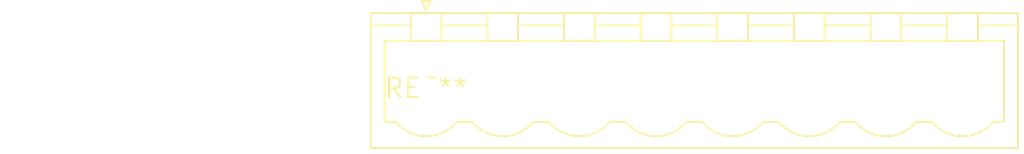
<source format=kicad_pcb>
(kicad_pcb (version 20240108) (generator pcbnew)
  (layers (0 "F.Cu" signal) (31 "B.Cu" signal) (34 "B.Paste" user) (35 "F.Paste" user) (36 "B.SilkS" user "B.Silkscreen") (37 "F.SilkS" user "F.Silkscreen") (38 "B.Mask" user) (39 "F.Mask" user) (44 "Edge.Cuts" user))
  (net 0 "")
  (footprint "PhoenixContact_MSTBVA_2,5_8-G_1x08_P5.00mm_Vertical" (layer "F.Cu") (at 0 0)
    (property "Reference" "REF**")
    (property "Value" "PhoenixContact_MSTBVA_2,5_8-G_1x08_P5.00mm_Vertical")
    (fp_line (start -3.61 -4.91) (end -3.61 3.91) (layer "F.SilkS") (stroke (width 0.12)))
    (fp_line (start -3.61 -4.1) (end -1.11 -4.1) (layer "F.SilkS") (stroke (width 0.12)))
    (fp_line (start -3.61 3.91) (end 38.61 3.91) (layer "F.SilkS") (stroke (width 0.12)))
    (fp_line (start -2.7 -3.1) (end 37.7 -3.1) (layer "F.SilkS") (stroke (width 0.12)))
    (fp_line (start -2.7 2.2) (end -2.7 -3.1) (layer "F.SilkS") (stroke (width 0.12)))
    (fp_line (start -2 2.2) (end -2.7 2.2) (layer "F.SilkS") (stroke (width 0.12)))
    (fp_line (start -1 -4.91) (end 1 -4.91) (layer "F.SilkS") (stroke (width 0.12)))
    (fp_line (start -1 -3.1) (end -1 -4.91) (layer "F.SilkS") (stroke (width 0.12)))
    (fp_line (start -0.3 -5.71) (end 0.3 -5.71) (layer "F.SilkS") (stroke (width 0.12)))
    (fp_line (start 0 -5.11) (end -0.3 -5.71) (layer "F.SilkS") (stroke (width 0.12)))
    (fp_line (start 0.3 -5.71) (end 0 -5.11) (layer "F.SilkS") (stroke (width 0.12)))
    (fp_line (start 1 -4.91) (end 1 -3.1) (layer "F.SilkS") (stroke (width 0.12)))
    (fp_line (start 1 -4.1) (end 4 -4.1) (layer "F.SilkS") (stroke (width 0.12)))
    (fp_line (start 1 -3.1) (end -1 -3.1) (layer "F.SilkS") (stroke (width 0.12)))
    (fp_line (start 2 2.2) (end 3 2.2) (layer "F.SilkS") (stroke (width 0.12)))
    (fp_line (start 4 -4.91) (end 6 -4.91) (layer "F.SilkS") (stroke (width 0.12)))
    (fp_line (start 4 -3.1) (end 4 -4.91) (layer "F.SilkS") (stroke (width 0.12)))
    (fp_line (start 6 -4.91) (end 6 -3.1) (layer "F.SilkS") (stroke (width 0.12)))
    (fp_line (start 6 -4.1) (end 9 -4.1) (layer "F.SilkS") (stroke (width 0.12)))
    (fp_line (start 6 -3.1) (end 4 -3.1) (layer "F.SilkS") (stroke (width 0.12)))
    (fp_line (start 7 2.2) (end 8 2.2) (layer "F.SilkS") (stroke (width 0.12)))
    (fp_line (start 9 -4.91) (end 11 -4.91) (layer "F.SilkS") (stroke (width 0.12)))
    (fp_line (start 9 -3.1) (end 9 -4.91) (layer "F.SilkS") (stroke (width 0.12)))
    (fp_line (start 11 -4.91) (end 11 -3.1) (layer "F.SilkS") (stroke (width 0.12)))
    (fp_line (start 11 -4.1) (end 14 -4.1) (layer "F.SilkS") (stroke (width 0.12)))
    (fp_line (start 11 -3.1) (end 9 -3.1) (layer "F.SilkS") (stroke (width 0.12)))
    (fp_line (start 12 2.2) (end 13 2.2) (layer "F.SilkS") (stroke (width 0.12)))
    (fp_line (start 14 -4.91) (end 16 -4.91) (layer "F.SilkS") (stroke (width 0.12)))
    (fp_line (start 14 -3.1) (end 14 -4.91) (layer "F.SilkS") (stroke (width 0.12)))
    (fp_line (start 16 -4.91) (end 16 -3.1) (layer "F.SilkS") (stroke (width 0.12)))
    (fp_line (start 16 -4.1) (end 19 -4.1) (layer "F.SilkS") (stroke (width 0.12)))
    (fp_line (start 16 -3.1) (end 14 -3.1) (layer "F.SilkS") (stroke (width 0.12)))
    (fp_line (start 17 2.2) (end 18 2.2) (layer "F.SilkS") (stroke (width 0.12)))
    (fp_line (start 19 -4.91) (end 21 -4.91) (layer "F.SilkS") (stroke (width 0.12)))
    (fp_line (start 19 -3.1) (end 19 -4.91) (layer "F.SilkS") (stroke (width 0.12)))
    (fp_line (start 21 -4.91) (end 21 -3.1) (layer "F.SilkS") (stroke (width 0.12)))
    (fp_line (start 21 -4.1) (end 24 -4.1) (layer "F.SilkS") (stroke (width 0.12)))
    (fp_line (start 21 -3.1) (end 19 -3.1) (layer "F.SilkS") (stroke (width 0.12)))
    (fp_line (start 22 2.2) (end 23 2.2) (layer "F.SilkS") (stroke (width 0.12)))
    (fp_line (start 24 -4.91) (end 26 -4.91) (layer "F.SilkS") (stroke (width 0.12)))
    (fp_line (start 24 -3.1) (end 24 -4.91) (layer "F.SilkS") (stroke (width 0.12)))
    (fp_line (start 26 -4.91) (end 26 -3.1) (layer "F.SilkS") (stroke (width 0.12)))
    (fp_line (start 26 -4.1) (end 29 -4.1) (layer "F.SilkS") (stroke (width 0.12)))
    (fp_line (start 26 -3.1) (end 24 -3.1) (layer "F.SilkS") (stroke (width 0.12)))
    (fp_line (start 27 2.2) (end 28 2.2) (layer "F.SilkS") (stroke (width 0.12)))
    (fp_line (start 29 -4.91) (end 31 -4.91) (layer "F.SilkS") (stroke (width 0.12)))
    (fp_line (start 29 -3.1) (end 29 -4.91) (layer "F.SilkS") (stroke (width 0.12)))
    (fp_line (start 31 -4.91) (end 31 -3.1) (layer "F.SilkS") (stroke (width 0.12)))
    (fp_line (start 31 -4.1) (end 34 -4.1) (layer "F.SilkS") (stroke (width 0.12)))
    (fp_line (start 31 -3.1) (end 29 -3.1) (layer "F.SilkS") (stroke (width 0.12)))
    (fp_line (start 32 2.2) (end 33 2.2) (layer "F.SilkS") (stroke (width 0.12)))
    (fp_line (start 34 -4.91) (end 36 -4.91) (layer "F.SilkS") (stroke (width 0.12)))
    (fp_line (start 34 -3.1) (end 34 -4.91) (layer "F.SilkS") (stroke (width 0.12)))
    (fp_line (start 36 -4.91) (end 36 -3.1) (layer "F.SilkS") (stroke (width 0.12)))
    (fp_line (start 36 -3.1) (end 34 -3.1) (layer "F.SilkS") (stroke (width 0.12)))
    (fp_line (start 37.7 -3.1) (end 37.7 2.2) (layer "F.SilkS") (stroke (width 0.12)))
    (fp_line (start 37.7 2.2) (end 37 2.2) (layer "F.SilkS") (stroke (width 0.12)))
    (fp_line (start 38.61 -4.91) (end -3.61 -4.91) (layer "F.SilkS") (stroke (width 0.12)))
    (fp_line (start 38.61 -4.1) (end 36.11 -4.1) (layer "F.SilkS") (stroke (width 0.12)))
    (fp_line (start 38.61 3.91) (end 38.61 -4.91) (layer "F.SilkS") (stroke (width 0.12)))
    (fp_arc (start 1.986842 2.215821) (mid -0.010289 3.142758) (end -2 2.2) (layer "F.SilkS") (stroke (width 0.12)))
    (fp_arc (start 6.986842 2.215821) (mid 4.989711 3.142758) (end 3 2.2) (layer "F.SilkS") (stroke (width 0.12)))
    (fp_arc (start 11.986842 2.215821) (mid 9.989711 3.142758) (end 8 2.2) (layer "F.SilkS") (stroke (width 0.12)))
    (fp_arc (start 16.986842 2.215821) (mid 14.989711 3.142758) (end 13 2.2) (layer "F.SilkS") (stroke (width 0.12)))
    (fp_arc (start 21.986842 2.215821) (mid 19.989711 3.142758) (end 18 2.2) (layer "F.SilkS") (stroke (width 0.12)))
    (fp_arc (start 26.986842 2.215821) (mid 24.989711 3.142758) (end 23 2.2) (layer "F.SilkS") (stroke (width 0.12)))
    (fp_arc (start 31.986842 2.215821) (mid 29.989711 3.142758) (end 28 2.2) (layer "F.SilkS") (stroke (width 0.12)))
    (fp_arc (start 36.986842 2.215821) (mid 34.989711 3.142758) (end 33 2.2) (layer "F.SilkS") (stroke (width 0.12)))
    (pad "1" thru_hole roundrect (at 0 0) (size 2 3.6) (drill 1.4) (layers *.Cu *.Mask) (remove_unused_layers) (roundrect_rratio 0.125))
    (pad "2" thru_hole oval (at 5 0) (size 2 3.6) (drill 1.4) (layers *.Cu *.Mask) (remove_unused_layers))
    (pad "3" thru_hole oval (at 10 0) (size 2 3.6) (drill 1.4) (layers *.Cu *.Mask) (remove_unused_layers))
    (pad "4" thru_hole oval (at 15 0) (size 2 3.6) (drill 1.4) (layers *.Cu *.Mask) (remove_unused_layers))
    (pad "5" thru_hole oval (at 20 0) (size 2 3.6) (drill 1.4) (layers *.Cu *.Mask) (remove_unused_layers))
    (pad "6" thru_hole oval (at 25 0) (size 2 3.6) (drill 1.4) (layers *.Cu *.Mask) (remove_unused_layers))
    (pad "7" thru_hole oval (at 30 0) (size 2 3.6) (drill 1.4) (layers *.Cu *.Mask) (remove_unused_layers))
    (pad "8" thru_hole oval (at 35 0) (size 2 3.6) (drill 1.4) (layers *.Cu *.Mask) (remove_unused_layers))
  )
)
</source>
